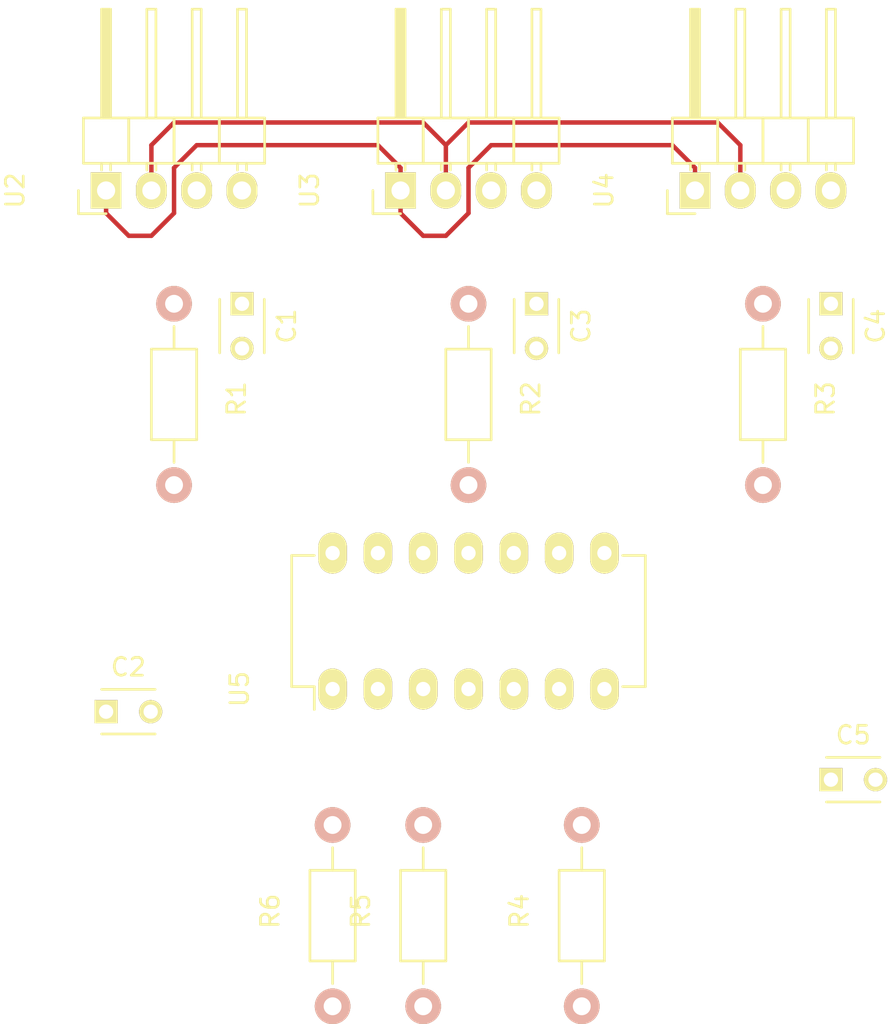
<source format=kicad_pcb>
(kicad_pcb (version 4) (host pcbnew 4.0.0~rc1a-stable)

  (general
    (links 28)
    (no_connects 24)
    (area 0 0 0 0)
    (thickness 1.6)
    (drawings 0)
    (tracks 27)
    (zones 0)
    (modules 15)
    (nets 21)
  )

  (page A4)
  (layers
    (0 F.Cu signal)
    (31 B.Cu signal)
    (32 B.Adhes user)
    (33 F.Adhes user)
    (34 B.Paste user)
    (35 F.Paste user)
    (36 B.SilkS user)
    (37 F.SilkS user)
    (38 B.Mask user)
    (39 F.Mask user)
    (40 Dwgs.User user)
    (41 Cmts.User user)
    (42 Eco1.User user)
    (43 Eco2.User user)
    (44 Edge.Cuts user)
    (45 Margin user)
    (46 B.CrtYd user)
    (47 F.CrtYd user)
    (48 B.Fab user)
    (49 F.Fab user)
  )

  (setup
    (last_trace_width 0.25)
    (trace_clearance 0.2)
    (zone_clearance 0.508)
    (zone_45_only no)
    (trace_min 0.2)
    (segment_width 0.2)
    (edge_width 0.15)
    (via_size 0.6)
    (via_drill 0.4)
    (via_min_size 0.4)
    (via_min_drill 0.3)
    (uvia_size 0.3)
    (uvia_drill 0.1)
    (uvias_allowed no)
    (uvia_min_size 0.2)
    (uvia_min_drill 0.1)
    (pcb_text_width 0.3)
    (pcb_text_size 1.5 1.5)
    (mod_edge_width 0.15)
    (mod_text_size 1 1)
    (mod_text_width 0.15)
    (pad_size 1.524 1.524)
    (pad_drill 0.762)
    (pad_to_mask_clearance 0.2)
    (aux_axis_origin 0 0)
    (visible_elements FFFFFF7F)
    (pcbplotparams
      (layerselection 0x00030_80000001)
      (usegerberextensions false)
      (excludeedgelayer true)
      (linewidth 0.100000)
      (plotframeref false)
      (viasonmask false)
      (mode 1)
      (useauxorigin false)
      (hpglpennumber 1)
      (hpglpenspeed 20)
      (hpglpendiameter 15)
      (hpglpenoverlay 2)
      (psnegative false)
      (psa4output false)
      (plotreference true)
      (plotvalue true)
      (plotinvisibletext false)
      (padsonsilk false)
      (subtractmaskfromsilk false)
      (outputformat 1)
      (mirror false)
      (drillshape 1)
      (scaleselection 1)
      (outputdirectory ""))
  )

  (net 0 "")
  (net 1 "Net-(C1-Pad1)")
  (net 2 +3V3)
  (net 3 +5V)
  (net 4 GND)
  (net 5 "Net-(C3-Pad1)")
  (net 6 "Net-(C4-Pad1)")
  (net 7 "Net-(R4-Pad1)")
  (net 8 "Net-(R4-Pad2)")
  (net 9 "Net-(R5-Pad1)")
  (net 10 "Net-(R5-Pad2)")
  (net 11 "Net-(R6-Pad1)")
  (net 12 "Net-(R6-Pad2)")
  (net 13 "Net-(U5-Pad1)")
  (net 14 "Net-(U5-Pad2)")
  (net 15 "Net-(U5-Pad3)")
  (net 16 "Net-(U5-Pad4)")
  (net 17 "Net-(U5-Pad5)")
  (net 18 "Net-(U2-Pad3)")
  (net 19 "Net-(U3-Pad3)")
  (net 20 "Net-(U4-Pad3)")

  (net_class Default "This is the default net class."
    (clearance 0.2)
    (trace_width 0.25)
    (via_dia 0.6)
    (via_drill 0.4)
    (uvia_dia 0.3)
    (uvia_drill 0.1)
    (add_net +3V3)
    (add_net +5V)
    (add_net GND)
    (add_net "Net-(C1-Pad1)")
    (add_net "Net-(C3-Pad1)")
    (add_net "Net-(C4-Pad1)")
    (add_net "Net-(R4-Pad1)")
    (add_net "Net-(R4-Pad2)")
    (add_net "Net-(R5-Pad1)")
    (add_net "Net-(R5-Pad2)")
    (add_net "Net-(R6-Pad1)")
    (add_net "Net-(R6-Pad2)")
    (add_net "Net-(U2-Pad3)")
    (add_net "Net-(U3-Pad3)")
    (add_net "Net-(U4-Pad3)")
    (add_net "Net-(U5-Pad1)")
    (add_net "Net-(U5-Pad2)")
    (add_net "Net-(U5-Pad3)")
    (add_net "Net-(U5-Pad4)")
    (add_net "Net-(U5-Pad5)")
  )

  (module Capacitors_ThroughHole:C_Disc_D3_P2.5 (layer F.Cu) (tedit 0) (tstamp 565CA46F)
    (at 87.63 30.48 270)
    (descr "Capacitor 3mm Disc, Pitch 2.5mm")
    (tags Capacitor)
    (path /565CBA55)
    (fp_text reference C1 (at 1.25 -2.5 270) (layer F.SilkS)
      (effects (font (size 1 1) (thickness 0.15)))
    )
    (fp_text value 100n (at 1.25 2.5 270) (layer F.Fab)
      (effects (font (size 1 1) (thickness 0.15)))
    )
    (fp_line (start -0.9 -1.5) (end 3.4 -1.5) (layer F.CrtYd) (width 0.05))
    (fp_line (start 3.4 -1.5) (end 3.4 1.5) (layer F.CrtYd) (width 0.05))
    (fp_line (start 3.4 1.5) (end -0.9 1.5) (layer F.CrtYd) (width 0.05))
    (fp_line (start -0.9 1.5) (end -0.9 -1.5) (layer F.CrtYd) (width 0.05))
    (fp_line (start -0.25 -1.25) (end 2.75 -1.25) (layer F.SilkS) (width 0.15))
    (fp_line (start 2.75 1.25) (end -0.25 1.25) (layer F.SilkS) (width 0.15))
    (pad 1 thru_hole rect (at 0 0 270) (size 1.3 1.3) (drill 0.8) (layers *.Cu *.Mask F.SilkS)
      (net 1 "Net-(C1-Pad1)"))
    (pad 2 thru_hole circle (at 2.5 0 270) (size 1.3 1.3) (drill 0.8001) (layers *.Cu *.Mask F.SilkS)
      (net 2 +3V3))
    (model Capacitors_ThroughHole.3dshapes/C_Disc_D3_P2.5.wrl
      (at (xyz 0.0492126 0 0))
      (scale (xyz 1 1 1))
      (rotate (xyz 0 0 0))
    )
  )

  (module Capacitors_ThroughHole:C_Disc_D3_P2.5 (layer F.Cu) (tedit 0) (tstamp 565CA475)
    (at 80.01 53.34)
    (descr "Capacitor 3mm Disc, Pitch 2.5mm")
    (tags Capacitor)
    (path /565CA39F)
    (fp_text reference C2 (at 1.25 -2.5) (layer F.SilkS)
      (effects (font (size 1 1) (thickness 0.15)))
    )
    (fp_text value 100n (at 1.25 2.5) (layer F.Fab)
      (effects (font (size 1 1) (thickness 0.15)))
    )
    (fp_line (start -0.9 -1.5) (end 3.4 -1.5) (layer F.CrtYd) (width 0.05))
    (fp_line (start 3.4 -1.5) (end 3.4 1.5) (layer F.CrtYd) (width 0.05))
    (fp_line (start 3.4 1.5) (end -0.9 1.5) (layer F.CrtYd) (width 0.05))
    (fp_line (start -0.9 1.5) (end -0.9 -1.5) (layer F.CrtYd) (width 0.05))
    (fp_line (start -0.25 -1.25) (end 2.75 -1.25) (layer F.SilkS) (width 0.15))
    (fp_line (start 2.75 1.25) (end -0.25 1.25) (layer F.SilkS) (width 0.15))
    (pad 1 thru_hole rect (at 0 0) (size 1.3 1.3) (drill 0.8) (layers *.Cu *.Mask F.SilkS)
      (net 3 +5V))
    (pad 2 thru_hole circle (at 2.5 0) (size 1.3 1.3) (drill 0.8001) (layers *.Cu *.Mask F.SilkS)
      (net 4 GND))
    (model Capacitors_ThroughHole.3dshapes/C_Disc_D3_P2.5.wrl
      (at (xyz 0.0492126 0 0))
      (scale (xyz 1 1 1))
      (rotate (xyz 0 0 0))
    )
  )

  (module Capacitors_ThroughHole:C_Disc_D3_P2.5 (layer F.Cu) (tedit 0) (tstamp 565CA47B)
    (at 104.14 30.48 270)
    (descr "Capacitor 3mm Disc, Pitch 2.5mm")
    (tags Capacitor)
    (path /565CBC17)
    (fp_text reference C3 (at 1.25 -2.5 270) (layer F.SilkS)
      (effects (font (size 1 1) (thickness 0.15)))
    )
    (fp_text value 100n (at 1.25 2.5 270) (layer F.Fab)
      (effects (font (size 1 1) (thickness 0.15)))
    )
    (fp_line (start -0.9 -1.5) (end 3.4 -1.5) (layer F.CrtYd) (width 0.05))
    (fp_line (start 3.4 -1.5) (end 3.4 1.5) (layer F.CrtYd) (width 0.05))
    (fp_line (start 3.4 1.5) (end -0.9 1.5) (layer F.CrtYd) (width 0.05))
    (fp_line (start -0.9 1.5) (end -0.9 -1.5) (layer F.CrtYd) (width 0.05))
    (fp_line (start -0.25 -1.25) (end 2.75 -1.25) (layer F.SilkS) (width 0.15))
    (fp_line (start 2.75 1.25) (end -0.25 1.25) (layer F.SilkS) (width 0.15))
    (pad 1 thru_hole rect (at 0 0 270) (size 1.3 1.3) (drill 0.8) (layers *.Cu *.Mask F.SilkS)
      (net 5 "Net-(C3-Pad1)"))
    (pad 2 thru_hole circle (at 2.5 0 270) (size 1.3 1.3) (drill 0.8001) (layers *.Cu *.Mask F.SilkS)
      (net 2 +3V3))
    (model Capacitors_ThroughHole.3dshapes/C_Disc_D3_P2.5.wrl
      (at (xyz 0.0492126 0 0))
      (scale (xyz 1 1 1))
      (rotate (xyz 0 0 0))
    )
  )

  (module Capacitors_ThroughHole:C_Disc_D3_P2.5 (layer F.Cu) (tedit 0) (tstamp 565CA481)
    (at 120.65 30.48 270)
    (descr "Capacitor 3mm Disc, Pitch 2.5mm")
    (tags Capacitor)
    (path /565CC2E3)
    (fp_text reference C4 (at 1.25 -2.5 270) (layer F.SilkS)
      (effects (font (size 1 1) (thickness 0.15)))
    )
    (fp_text value 100n (at 1.25 2.5 270) (layer F.Fab)
      (effects (font (size 1 1) (thickness 0.15)))
    )
    (fp_line (start -0.9 -1.5) (end 3.4 -1.5) (layer F.CrtYd) (width 0.05))
    (fp_line (start 3.4 -1.5) (end 3.4 1.5) (layer F.CrtYd) (width 0.05))
    (fp_line (start 3.4 1.5) (end -0.9 1.5) (layer F.CrtYd) (width 0.05))
    (fp_line (start -0.9 1.5) (end -0.9 -1.5) (layer F.CrtYd) (width 0.05))
    (fp_line (start -0.25 -1.25) (end 2.75 -1.25) (layer F.SilkS) (width 0.15))
    (fp_line (start 2.75 1.25) (end -0.25 1.25) (layer F.SilkS) (width 0.15))
    (pad 1 thru_hole rect (at 0 0 270) (size 1.3 1.3) (drill 0.8) (layers *.Cu *.Mask F.SilkS)
      (net 6 "Net-(C4-Pad1)"))
    (pad 2 thru_hole circle (at 2.5 0 270) (size 1.3 1.3) (drill 0.8001) (layers *.Cu *.Mask F.SilkS)
      (net 2 +3V3))
    (model Capacitors_ThroughHole.3dshapes/C_Disc_D3_P2.5.wrl
      (at (xyz 0.0492126 0 0))
      (scale (xyz 1 1 1))
      (rotate (xyz 0 0 0))
    )
  )

  (module Capacitors_ThroughHole:C_Disc_D3_P2.5 (layer F.Cu) (tedit 0) (tstamp 565CA487)
    (at 120.65 57.15)
    (descr "Capacitor 3mm Disc, Pitch 2.5mm")
    (tags Capacitor)
    (path /565CA469)
    (fp_text reference C5 (at 1.25 -2.5) (layer F.SilkS)
      (effects (font (size 1 1) (thickness 0.15)))
    )
    (fp_text value 100n (at 1.25 2.5) (layer F.Fab)
      (effects (font (size 1 1) (thickness 0.15)))
    )
    (fp_line (start -0.9 -1.5) (end 3.4 -1.5) (layer F.CrtYd) (width 0.05))
    (fp_line (start 3.4 -1.5) (end 3.4 1.5) (layer F.CrtYd) (width 0.05))
    (fp_line (start 3.4 1.5) (end -0.9 1.5) (layer F.CrtYd) (width 0.05))
    (fp_line (start -0.9 1.5) (end -0.9 -1.5) (layer F.CrtYd) (width 0.05))
    (fp_line (start -0.25 -1.25) (end 2.75 -1.25) (layer F.SilkS) (width 0.15))
    (fp_line (start 2.75 1.25) (end -0.25 1.25) (layer F.SilkS) (width 0.15))
    (pad 1 thru_hole rect (at 0 0) (size 1.3 1.3) (drill 0.8) (layers *.Cu *.Mask F.SilkS)
      (net 4 GND))
    (pad 2 thru_hole circle (at 2.5 0) (size 1.3 1.3) (drill 0.8001) (layers *.Cu *.Mask F.SilkS)
      (net 2 +3V3))
    (model Capacitors_ThroughHole.3dshapes/C_Disc_D3_P2.5.wrl
      (at (xyz 0.0492126 0 0))
      (scale (xyz 1 1 1))
      (rotate (xyz 0 0 0))
    )
  )

  (module Resistors_ThroughHole:Resistor_Horizontal_RM10mm (layer F.Cu) (tedit 53F56209) (tstamp 565CA48D)
    (at 83.82 35.56 270)
    (descr "Resistor, Axial,  RM 10mm, 1/3W,")
    (tags "Resistor, Axial, RM 10mm, 1/3W,")
    (path /565CB6A0)
    (fp_text reference R1 (at 0.24892 -3.50012 270) (layer F.SilkS)
      (effects (font (size 1 1) (thickness 0.15)))
    )
    (fp_text value 10k (at 3.81 3.81 270) (layer F.Fab)
      (effects (font (size 1 1) (thickness 0.15)))
    )
    (fp_line (start -2.54 -1.27) (end 2.54 -1.27) (layer F.SilkS) (width 0.15))
    (fp_line (start 2.54 -1.27) (end 2.54 1.27) (layer F.SilkS) (width 0.15))
    (fp_line (start 2.54 1.27) (end -2.54 1.27) (layer F.SilkS) (width 0.15))
    (fp_line (start -2.54 1.27) (end -2.54 -1.27) (layer F.SilkS) (width 0.15))
    (fp_line (start -2.54 0) (end -3.81 0) (layer F.SilkS) (width 0.15))
    (fp_line (start 2.54 0) (end 3.81 0) (layer F.SilkS) (width 0.15))
    (pad 1 thru_hole circle (at -5.08 0 270) (size 1.99898 1.99898) (drill 1.00076) (layers *.Cu *.SilkS *.Mask)
      (net 1 "Net-(C1-Pad1)"))
    (pad 2 thru_hole circle (at 5.08 0 270) (size 1.99898 1.99898) (drill 1.00076) (layers *.Cu *.SilkS *.Mask)
      (net 4 GND))
    (model Resistors_ThroughHole.3dshapes/Resistor_Horizontal_RM10mm.wrl
      (at (xyz 0 0 0))
      (scale (xyz 0.4 0.4 0.4))
      (rotate (xyz 0 0 0))
    )
  )

  (module Resistors_ThroughHole:Resistor_Horizontal_RM10mm (layer F.Cu) (tedit 53F56209) (tstamp 565CA493)
    (at 100.33 35.56 270)
    (descr "Resistor, Axial,  RM 10mm, 1/3W,")
    (tags "Resistor, Axial, RM 10mm, 1/3W,")
    (path /565CB649)
    (fp_text reference R2 (at 0.24892 -3.50012 270) (layer F.SilkS)
      (effects (font (size 1 1) (thickness 0.15)))
    )
    (fp_text value 10k (at 3.81 3.81 270) (layer F.Fab)
      (effects (font (size 1 1) (thickness 0.15)))
    )
    (fp_line (start -2.54 -1.27) (end 2.54 -1.27) (layer F.SilkS) (width 0.15))
    (fp_line (start 2.54 -1.27) (end 2.54 1.27) (layer F.SilkS) (width 0.15))
    (fp_line (start 2.54 1.27) (end -2.54 1.27) (layer F.SilkS) (width 0.15))
    (fp_line (start -2.54 1.27) (end -2.54 -1.27) (layer F.SilkS) (width 0.15))
    (fp_line (start -2.54 0) (end -3.81 0) (layer F.SilkS) (width 0.15))
    (fp_line (start 2.54 0) (end 3.81 0) (layer F.SilkS) (width 0.15))
    (pad 1 thru_hole circle (at -5.08 0 270) (size 1.99898 1.99898) (drill 1.00076) (layers *.Cu *.SilkS *.Mask)
      (net 5 "Net-(C3-Pad1)"))
    (pad 2 thru_hole circle (at 5.08 0 270) (size 1.99898 1.99898) (drill 1.00076) (layers *.Cu *.SilkS *.Mask)
      (net 4 GND))
    (model Resistors_ThroughHole.3dshapes/Resistor_Horizontal_RM10mm.wrl
      (at (xyz 0 0 0))
      (scale (xyz 0.4 0.4 0.4))
      (rotate (xyz 0 0 0))
    )
  )

  (module Resistors_ThroughHole:Resistor_Horizontal_RM10mm (layer F.Cu) (tedit 53F56209) (tstamp 565CA499)
    (at 116.84 35.56 270)
    (descr "Resistor, Axial,  RM 10mm, 1/3W,")
    (tags "Resistor, Axial, RM 10mm, 1/3W,")
    (path /565CB55F)
    (fp_text reference R3 (at 0.24892 -3.50012 270) (layer F.SilkS)
      (effects (font (size 1 1) (thickness 0.15)))
    )
    (fp_text value 10k (at 3.81 3.81 270) (layer F.Fab)
      (effects (font (size 1 1) (thickness 0.15)))
    )
    (fp_line (start -2.54 -1.27) (end 2.54 -1.27) (layer F.SilkS) (width 0.15))
    (fp_line (start 2.54 -1.27) (end 2.54 1.27) (layer F.SilkS) (width 0.15))
    (fp_line (start 2.54 1.27) (end -2.54 1.27) (layer F.SilkS) (width 0.15))
    (fp_line (start -2.54 1.27) (end -2.54 -1.27) (layer F.SilkS) (width 0.15))
    (fp_line (start -2.54 0) (end -3.81 0) (layer F.SilkS) (width 0.15))
    (fp_line (start 2.54 0) (end 3.81 0) (layer F.SilkS) (width 0.15))
    (pad 1 thru_hole circle (at -5.08 0 270) (size 1.99898 1.99898) (drill 1.00076) (layers *.Cu *.SilkS *.Mask)
      (net 6 "Net-(C4-Pad1)"))
    (pad 2 thru_hole circle (at 5.08 0 270) (size 1.99898 1.99898) (drill 1.00076) (layers *.Cu *.SilkS *.Mask)
      (net 4 GND))
    (model Resistors_ThroughHole.3dshapes/Resistor_Horizontal_RM10mm.wrl
      (at (xyz 0 0 0))
      (scale (xyz 0.4 0.4 0.4))
      (rotate (xyz 0 0 0))
    )
  )

  (module Resistors_ThroughHole:Resistor_Horizontal_RM10mm (layer F.Cu) (tedit 53F56209) (tstamp 565CA49F)
    (at 106.68 64.77 90)
    (descr "Resistor, Axial,  RM 10mm, 1/3W,")
    (tags "Resistor, Axial, RM 10mm, 1/3W,")
    (path /565CD41D)
    (fp_text reference R4 (at 0.24892 -3.50012 90) (layer F.SilkS)
      (effects (font (size 1 1) (thickness 0.15)))
    )
    (fp_text value 1k (at 3.81 3.81 90) (layer F.Fab)
      (effects (font (size 1 1) (thickness 0.15)))
    )
    (fp_line (start -2.54 -1.27) (end 2.54 -1.27) (layer F.SilkS) (width 0.15))
    (fp_line (start 2.54 -1.27) (end 2.54 1.27) (layer F.SilkS) (width 0.15))
    (fp_line (start 2.54 1.27) (end -2.54 1.27) (layer F.SilkS) (width 0.15))
    (fp_line (start -2.54 1.27) (end -2.54 -1.27) (layer F.SilkS) (width 0.15))
    (fp_line (start -2.54 0) (end -3.81 0) (layer F.SilkS) (width 0.15))
    (fp_line (start 2.54 0) (end 3.81 0) (layer F.SilkS) (width 0.15))
    (pad 1 thru_hole circle (at -5.08 0 90) (size 1.99898 1.99898) (drill 1.00076) (layers *.Cu *.SilkS *.Mask)
      (net 7 "Net-(R4-Pad1)"))
    (pad 2 thru_hole circle (at 5.08 0 90) (size 1.99898 1.99898) (drill 1.00076) (layers *.Cu *.SilkS *.Mask)
      (net 8 "Net-(R4-Pad2)"))
    (model Resistors_ThroughHole.3dshapes/Resistor_Horizontal_RM10mm.wrl
      (at (xyz 0 0 0))
      (scale (xyz 0.4 0.4 0.4))
      (rotate (xyz 0 0 0))
    )
  )

  (module Resistors_ThroughHole:Resistor_Horizontal_RM10mm (layer F.Cu) (tedit 53F56209) (tstamp 565CA4A5)
    (at 97.79 64.77 90)
    (descr "Resistor, Axial,  RM 10mm, 1/3W,")
    (tags "Resistor, Axial, RM 10mm, 1/3W,")
    (path /565CD2E6)
    (fp_text reference R5 (at 0.24892 -3.50012 90) (layer F.SilkS)
      (effects (font (size 1 1) (thickness 0.15)))
    )
    (fp_text value 1k (at 3.81 3.81 90) (layer F.Fab)
      (effects (font (size 1 1) (thickness 0.15)))
    )
    (fp_line (start -2.54 -1.27) (end 2.54 -1.27) (layer F.SilkS) (width 0.15))
    (fp_line (start 2.54 -1.27) (end 2.54 1.27) (layer F.SilkS) (width 0.15))
    (fp_line (start 2.54 1.27) (end -2.54 1.27) (layer F.SilkS) (width 0.15))
    (fp_line (start -2.54 1.27) (end -2.54 -1.27) (layer F.SilkS) (width 0.15))
    (fp_line (start -2.54 0) (end -3.81 0) (layer F.SilkS) (width 0.15))
    (fp_line (start 2.54 0) (end 3.81 0) (layer F.SilkS) (width 0.15))
    (pad 1 thru_hole circle (at -5.08 0 90) (size 1.99898 1.99898) (drill 1.00076) (layers *.Cu *.SilkS *.Mask)
      (net 9 "Net-(R5-Pad1)"))
    (pad 2 thru_hole circle (at 5.08 0 90) (size 1.99898 1.99898) (drill 1.00076) (layers *.Cu *.SilkS *.Mask)
      (net 10 "Net-(R5-Pad2)"))
    (model Resistors_ThroughHole.3dshapes/Resistor_Horizontal_RM10mm.wrl
      (at (xyz 0 0 0))
      (scale (xyz 0.4 0.4 0.4))
      (rotate (xyz 0 0 0))
    )
  )

  (module Resistors_ThroughHole:Resistor_Horizontal_RM10mm (layer F.Cu) (tedit 53F56209) (tstamp 565CA4AB)
    (at 92.71 64.77 90)
    (descr "Resistor, Axial,  RM 10mm, 1/3W,")
    (tags "Resistor, Axial, RM 10mm, 1/3W,")
    (path /565CD1F9)
    (fp_text reference R6 (at 0.24892 -3.50012 90) (layer F.SilkS)
      (effects (font (size 1 1) (thickness 0.15)))
    )
    (fp_text value 1k (at 3.81 3.81 90) (layer F.Fab)
      (effects (font (size 1 1) (thickness 0.15)))
    )
    (fp_line (start -2.54 -1.27) (end 2.54 -1.27) (layer F.SilkS) (width 0.15))
    (fp_line (start 2.54 -1.27) (end 2.54 1.27) (layer F.SilkS) (width 0.15))
    (fp_line (start 2.54 1.27) (end -2.54 1.27) (layer F.SilkS) (width 0.15))
    (fp_line (start -2.54 1.27) (end -2.54 -1.27) (layer F.SilkS) (width 0.15))
    (fp_line (start -2.54 0) (end -3.81 0) (layer F.SilkS) (width 0.15))
    (fp_line (start 2.54 0) (end 3.81 0) (layer F.SilkS) (width 0.15))
    (pad 1 thru_hole circle (at -5.08 0 90) (size 1.99898 1.99898) (drill 1.00076) (layers *.Cu *.SilkS *.Mask)
      (net 11 "Net-(R6-Pad1)"))
    (pad 2 thru_hole circle (at 5.08 0 90) (size 1.99898 1.99898) (drill 1.00076) (layers *.Cu *.SilkS *.Mask)
      (net 12 "Net-(R6-Pad2)"))
    (model Resistors_ThroughHole.3dshapes/Resistor_Horizontal_RM10mm.wrl
      (at (xyz 0 0 0))
      (scale (xyz 0.4 0.4 0.4))
      (rotate (xyz 0 0 0))
    )
  )

  (module Pin_Headers:Pin_Header_Angled_1x04 (layer F.Cu) (tedit 0) (tstamp 565CA4B3)
    (at 80.01 24.13 90)
    (descr "Through hole pin header")
    (tags "pin header")
    (path /565CF1B2)
    (fp_text reference U2 (at 0 -5.1 90) (layer F.SilkS)
      (effects (font (size 1 1) (thickness 0.15)))
    )
    (fp_text value BIG_BUTTON (at 0 -3.1 90) (layer F.Fab)
      (effects (font (size 1 1) (thickness 0.15)))
    )
    (fp_line (start -1.5 -1.75) (end -1.5 9.4) (layer F.CrtYd) (width 0.05))
    (fp_line (start 10.65 -1.75) (end 10.65 9.4) (layer F.CrtYd) (width 0.05))
    (fp_line (start -1.5 -1.75) (end 10.65 -1.75) (layer F.CrtYd) (width 0.05))
    (fp_line (start -1.5 9.4) (end 10.65 9.4) (layer F.CrtYd) (width 0.05))
    (fp_line (start -1.3 -1.55) (end -1.3 0) (layer F.SilkS) (width 0.15))
    (fp_line (start 0 -1.55) (end -1.3 -1.55) (layer F.SilkS) (width 0.15))
    (fp_line (start 4.191 -0.127) (end 10.033 -0.127) (layer F.SilkS) (width 0.15))
    (fp_line (start 10.033 -0.127) (end 10.033 0.127) (layer F.SilkS) (width 0.15))
    (fp_line (start 10.033 0.127) (end 4.191 0.127) (layer F.SilkS) (width 0.15))
    (fp_line (start 4.191 0.127) (end 4.191 0) (layer F.SilkS) (width 0.15))
    (fp_line (start 4.191 0) (end 10.033 0) (layer F.SilkS) (width 0.15))
    (fp_line (start 1.524 -0.254) (end 1.143 -0.254) (layer F.SilkS) (width 0.15))
    (fp_line (start 1.524 0.254) (end 1.143 0.254) (layer F.SilkS) (width 0.15))
    (fp_line (start 1.524 2.286) (end 1.143 2.286) (layer F.SilkS) (width 0.15))
    (fp_line (start 1.524 2.794) (end 1.143 2.794) (layer F.SilkS) (width 0.15))
    (fp_line (start 1.524 4.826) (end 1.143 4.826) (layer F.SilkS) (width 0.15))
    (fp_line (start 1.524 5.334) (end 1.143 5.334) (layer F.SilkS) (width 0.15))
    (fp_line (start 1.524 7.874) (end 1.143 7.874) (layer F.SilkS) (width 0.15))
    (fp_line (start 1.524 7.366) (end 1.143 7.366) (layer F.SilkS) (width 0.15))
    (fp_line (start 1.524 -1.27) (end 4.064 -1.27) (layer F.SilkS) (width 0.15))
    (fp_line (start 1.524 1.27) (end 4.064 1.27) (layer F.SilkS) (width 0.15))
    (fp_line (start 1.524 1.27) (end 1.524 3.81) (layer F.SilkS) (width 0.15))
    (fp_line (start 1.524 3.81) (end 4.064 3.81) (layer F.SilkS) (width 0.15))
    (fp_line (start 4.064 2.286) (end 10.16 2.286) (layer F.SilkS) (width 0.15))
    (fp_line (start 10.16 2.286) (end 10.16 2.794) (layer F.SilkS) (width 0.15))
    (fp_line (start 10.16 2.794) (end 4.064 2.794) (layer F.SilkS) (width 0.15))
    (fp_line (start 4.064 3.81) (end 4.064 1.27) (layer F.SilkS) (width 0.15))
    (fp_line (start 4.064 1.27) (end 4.064 -1.27) (layer F.SilkS) (width 0.15))
    (fp_line (start 10.16 0.254) (end 4.064 0.254) (layer F.SilkS) (width 0.15))
    (fp_line (start 10.16 -0.254) (end 10.16 0.254) (layer F.SilkS) (width 0.15))
    (fp_line (start 4.064 -0.254) (end 10.16 -0.254) (layer F.SilkS) (width 0.15))
    (fp_line (start 1.524 1.27) (end 4.064 1.27) (layer F.SilkS) (width 0.15))
    (fp_line (start 1.524 -1.27) (end 1.524 1.27) (layer F.SilkS) (width 0.15))
    (fp_line (start 1.524 6.35) (end 4.064 6.35) (layer F.SilkS) (width 0.15))
    (fp_line (start 1.524 6.35) (end 1.524 8.89) (layer F.SilkS) (width 0.15))
    (fp_line (start 1.524 8.89) (end 4.064 8.89) (layer F.SilkS) (width 0.15))
    (fp_line (start 4.064 7.366) (end 10.16 7.366) (layer F.SilkS) (width 0.15))
    (fp_line (start 10.16 7.366) (end 10.16 7.874) (layer F.SilkS) (width 0.15))
    (fp_line (start 10.16 7.874) (end 4.064 7.874) (layer F.SilkS) (width 0.15))
    (fp_line (start 4.064 8.89) (end 4.064 6.35) (layer F.SilkS) (width 0.15))
    (fp_line (start 4.064 6.35) (end 4.064 3.81) (layer F.SilkS) (width 0.15))
    (fp_line (start 10.16 5.334) (end 4.064 5.334) (layer F.SilkS) (width 0.15))
    (fp_line (start 10.16 4.826) (end 10.16 5.334) (layer F.SilkS) (width 0.15))
    (fp_line (start 4.064 4.826) (end 10.16 4.826) (layer F.SilkS) (width 0.15))
    (fp_line (start 1.524 6.35) (end 4.064 6.35) (layer F.SilkS) (width 0.15))
    (fp_line (start 1.524 3.81) (end 1.524 6.35) (layer F.SilkS) (width 0.15))
    (fp_line (start 1.524 3.81) (end 4.064 3.81) (layer F.SilkS) (width 0.15))
    (pad 1 thru_hole rect (at 0 0 90) (size 2.032 1.7272) (drill 1.016) (layers *.Cu *.Mask F.SilkS)
      (net 2 +3V3))
    (pad 2 thru_hole oval (at 0 2.54 90) (size 2.032 1.7272) (drill 1.016) (layers *.Cu *.Mask F.SilkS)
      (net 3 +5V))
    (pad 3 thru_hole oval (at 0 5.08 90) (size 2.032 1.7272) (drill 1.016) (layers *.Cu *.Mask F.SilkS)
      (net 18 "Net-(U2-Pad3)"))
    (pad 4 thru_hole oval (at 0 7.62 90) (size 2.032 1.7272) (drill 1.016) (layers *.Cu *.Mask F.SilkS)
      (net 1 "Net-(C1-Pad1)"))
    (model Pin_Headers.3dshapes/Pin_Header_Angled_1x04.wrl
      (at (xyz 0 -0.15 0))
      (scale (xyz 1 1 1))
      (rotate (xyz 0 0 90))
    )
  )

  (module Pin_Headers:Pin_Header_Angled_1x04 (layer F.Cu) (tedit 0) (tstamp 565CA4BB)
    (at 96.52 24.13 90)
    (descr "Through hole pin header")
    (tags "pin header")
    (path /565CF287)
    (fp_text reference U3 (at 0 -5.1 90) (layer F.SilkS)
      (effects (font (size 1 1) (thickness 0.15)))
    )
    (fp_text value BIG_BUTTON (at 0 -3.1 90) (layer F.Fab)
      (effects (font (size 1 1) (thickness 0.15)))
    )
    (fp_line (start -1.5 -1.75) (end -1.5 9.4) (layer F.CrtYd) (width 0.05))
    (fp_line (start 10.65 -1.75) (end 10.65 9.4) (layer F.CrtYd) (width 0.05))
    (fp_line (start -1.5 -1.75) (end 10.65 -1.75) (layer F.CrtYd) (width 0.05))
    (fp_line (start -1.5 9.4) (end 10.65 9.4) (layer F.CrtYd) (width 0.05))
    (fp_line (start -1.3 -1.55) (end -1.3 0) (layer F.SilkS) (width 0.15))
    (fp_line (start 0 -1.55) (end -1.3 -1.55) (layer F.SilkS) (width 0.15))
    (fp_line (start 4.191 -0.127) (end 10.033 -0.127) (layer F.SilkS) (width 0.15))
    (fp_line (start 10.033 -0.127) (end 10.033 0.127) (layer F.SilkS) (width 0.15))
    (fp_line (start 10.033 0.127) (end 4.191 0.127) (layer F.SilkS) (width 0.15))
    (fp_line (start 4.191 0.127) (end 4.191 0) (layer F.SilkS) (width 0.15))
    (fp_line (start 4.191 0) (end 10.033 0) (layer F.SilkS) (width 0.15))
    (fp_line (start 1.524 -0.254) (end 1.143 -0.254) (layer F.SilkS) (width 0.15))
    (fp_line (start 1.524 0.254) (end 1.143 0.254) (layer F.SilkS) (width 0.15))
    (fp_line (start 1.524 2.286) (end 1.143 2.286) (layer F.SilkS) (width 0.15))
    (fp_line (start 1.524 2.794) (end 1.143 2.794) (layer F.SilkS) (width 0.15))
    (fp_line (start 1.524 4.826) (end 1.143 4.826) (layer F.SilkS) (width 0.15))
    (fp_line (start 1.524 5.334) (end 1.143 5.334) (layer F.SilkS) (width 0.15))
    (fp_line (start 1.524 7.874) (end 1.143 7.874) (layer F.SilkS) (width 0.15))
    (fp_line (start 1.524 7.366) (end 1.143 7.366) (layer F.SilkS) (width 0.15))
    (fp_line (start 1.524 -1.27) (end 4.064 -1.27) (layer F.SilkS) (width 0.15))
    (fp_line (start 1.524 1.27) (end 4.064 1.27) (layer F.SilkS) (width 0.15))
    (fp_line (start 1.524 1.27) (end 1.524 3.81) (layer F.SilkS) (width 0.15))
    (fp_line (start 1.524 3.81) (end 4.064 3.81) (layer F.SilkS) (width 0.15))
    (fp_line (start 4.064 2.286) (end 10.16 2.286) (layer F.SilkS) (width 0.15))
    (fp_line (start 10.16 2.286) (end 10.16 2.794) (layer F.SilkS) (width 0.15))
    (fp_line (start 10.16 2.794) (end 4.064 2.794) (layer F.SilkS) (width 0.15))
    (fp_line (start 4.064 3.81) (end 4.064 1.27) (layer F.SilkS) (width 0.15))
    (fp_line (start 4.064 1.27) (end 4.064 -1.27) (layer F.SilkS) (width 0.15))
    (fp_line (start 10.16 0.254) (end 4.064 0.254) (layer F.SilkS) (width 0.15))
    (fp_line (start 10.16 -0.254) (end 10.16 0.254) (layer F.SilkS) (width 0.15))
    (fp_line (start 4.064 -0.254) (end 10.16 -0.254) (layer F.SilkS) (width 0.15))
    (fp_line (start 1.524 1.27) (end 4.064 1.27) (layer F.SilkS) (width 0.15))
    (fp_line (start 1.524 -1.27) (end 1.524 1.27) (layer F.SilkS) (width 0.15))
    (fp_line (start 1.524 6.35) (end 4.064 6.35) (layer F.SilkS) (width 0.15))
    (fp_line (start 1.524 6.35) (end 1.524 8.89) (layer F.SilkS) (width 0.15))
    (fp_line (start 1.524 8.89) (end 4.064 8.89) (layer F.SilkS) (width 0.15))
    (fp_line (start 4.064 7.366) (end 10.16 7.366) (layer F.SilkS) (width 0.15))
    (fp_line (start 10.16 7.366) (end 10.16 7.874) (layer F.SilkS) (width 0.15))
    (fp_line (start 10.16 7.874) (end 4.064 7.874) (layer F.SilkS) (width 0.15))
    (fp_line (start 4.064 8.89) (end 4.064 6.35) (layer F.SilkS) (width 0.15))
    (fp_line (start 4.064 6.35) (end 4.064 3.81) (layer F.SilkS) (width 0.15))
    (fp_line (start 10.16 5.334) (end 4.064 5.334) (layer F.SilkS) (width 0.15))
    (fp_line (start 10.16 4.826) (end 10.16 5.334) (layer F.SilkS) (width 0.15))
    (fp_line (start 4.064 4.826) (end 10.16 4.826) (layer F.SilkS) (width 0.15))
    (fp_line (start 1.524 6.35) (end 4.064 6.35) (layer F.SilkS) (width 0.15))
    (fp_line (start 1.524 3.81) (end 1.524 6.35) (layer F.SilkS) (width 0.15))
    (fp_line (start 1.524 3.81) (end 4.064 3.81) (layer F.SilkS) (width 0.15))
    (pad 1 thru_hole rect (at 0 0 90) (size 2.032 1.7272) (drill 1.016) (layers *.Cu *.Mask F.SilkS)
      (net 2 +3V3))
    (pad 2 thru_hole oval (at 0 2.54 90) (size 2.032 1.7272) (drill 1.016) (layers *.Cu *.Mask F.SilkS)
      (net 3 +5V))
    (pad 3 thru_hole oval (at 0 5.08 90) (size 2.032 1.7272) (drill 1.016) (layers *.Cu *.Mask F.SilkS)
      (net 19 "Net-(U3-Pad3)"))
    (pad 4 thru_hole oval (at 0 7.62 90) (size 2.032 1.7272) (drill 1.016) (layers *.Cu *.Mask F.SilkS)
      (net 5 "Net-(C3-Pad1)"))
    (model Pin_Headers.3dshapes/Pin_Header_Angled_1x04.wrl
      (at (xyz 0 -0.15 0))
      (scale (xyz 1 1 1))
      (rotate (xyz 0 0 90))
    )
  )

  (module Pin_Headers:Pin_Header_Angled_1x04 (layer F.Cu) (tedit 0) (tstamp 565CA4C3)
    (at 113.03 24.13 90)
    (descr "Through hole pin header")
    (tags "pin header")
    (path /565CF2E6)
    (fp_text reference U4 (at 0 -5.1 90) (layer F.SilkS)
      (effects (font (size 1 1) (thickness 0.15)))
    )
    (fp_text value BIG_BUTTON (at 0 -3.1 90) (layer F.Fab)
      (effects (font (size 1 1) (thickness 0.15)))
    )
    (fp_line (start -1.5 -1.75) (end -1.5 9.4) (layer F.CrtYd) (width 0.05))
    (fp_line (start 10.65 -1.75) (end 10.65 9.4) (layer F.CrtYd) (width 0.05))
    (fp_line (start -1.5 -1.75) (end 10.65 -1.75) (layer F.CrtYd) (width 0.05))
    (fp_line (start -1.5 9.4) (end 10.65 9.4) (layer F.CrtYd) (width 0.05))
    (fp_line (start -1.3 -1.55) (end -1.3 0) (layer F.SilkS) (width 0.15))
    (fp_line (start 0 -1.55) (end -1.3 -1.55) (layer F.SilkS) (width 0.15))
    (fp_line (start 4.191 -0.127) (end 10.033 -0.127) (layer F.SilkS) (width 0.15))
    (fp_line (start 10.033 -0.127) (end 10.033 0.127) (layer F.SilkS) (width 0.15))
    (fp_line (start 10.033 0.127) (end 4.191 0.127) (layer F.SilkS) (width 0.15))
    (fp_line (start 4.191 0.127) (end 4.191 0) (layer F.SilkS) (width 0.15))
    (fp_line (start 4.191 0) (end 10.033 0) (layer F.SilkS) (width 0.15))
    (fp_line (start 1.524 -0.254) (end 1.143 -0.254) (layer F.SilkS) (width 0.15))
    (fp_line (start 1.524 0.254) (end 1.143 0.254) (layer F.SilkS) (width 0.15))
    (fp_line (start 1.524 2.286) (end 1.143 2.286) (layer F.SilkS) (width 0.15))
    (fp_line (start 1.524 2.794) (end 1.143 2.794) (layer F.SilkS) (width 0.15))
    (fp_line (start 1.524 4.826) (end 1.143 4.826) (layer F.SilkS) (width 0.15))
    (fp_line (start 1.524 5.334) (end 1.143 5.334) (layer F.SilkS) (width 0.15))
    (fp_line (start 1.524 7.874) (end 1.143 7.874) (layer F.SilkS) (width 0.15))
    (fp_line (start 1.524 7.366) (end 1.143 7.366) (layer F.SilkS) (width 0.15))
    (fp_line (start 1.524 -1.27) (end 4.064 -1.27) (layer F.SilkS) (width 0.15))
    (fp_line (start 1.524 1.27) (end 4.064 1.27) (layer F.SilkS) (width 0.15))
    (fp_line (start 1.524 1.27) (end 1.524 3.81) (layer F.SilkS) (width 0.15))
    (fp_line (start 1.524 3.81) (end 4.064 3.81) (layer F.SilkS) (width 0.15))
    (fp_line (start 4.064 2.286) (end 10.16 2.286) (layer F.SilkS) (width 0.15))
    (fp_line (start 10.16 2.286) (end 10.16 2.794) (layer F.SilkS) (width 0.15))
    (fp_line (start 10.16 2.794) (end 4.064 2.794) (layer F.SilkS) (width 0.15))
    (fp_line (start 4.064 3.81) (end 4.064 1.27) (layer F.SilkS) (width 0.15))
    (fp_line (start 4.064 1.27) (end 4.064 -1.27) (layer F.SilkS) (width 0.15))
    (fp_line (start 10.16 0.254) (end 4.064 0.254) (layer F.SilkS) (width 0.15))
    (fp_line (start 10.16 -0.254) (end 10.16 0.254) (layer F.SilkS) (width 0.15))
    (fp_line (start 4.064 -0.254) (end 10.16 -0.254) (layer F.SilkS) (width 0.15))
    (fp_line (start 1.524 1.27) (end 4.064 1.27) (layer F.SilkS) (width 0.15))
    (fp_line (start 1.524 -1.27) (end 1.524 1.27) (layer F.SilkS) (width 0.15))
    (fp_line (start 1.524 6.35) (end 4.064 6.35) (layer F.SilkS) (width 0.15))
    (fp_line (start 1.524 6.35) (end 1.524 8.89) (layer F.SilkS) (width 0.15))
    (fp_line (start 1.524 8.89) (end 4.064 8.89) (layer F.SilkS) (width 0.15))
    (fp_line (start 4.064 7.366) (end 10.16 7.366) (layer F.SilkS) (width 0.15))
    (fp_line (start 10.16 7.366) (end 10.16 7.874) (layer F.SilkS) (width 0.15))
    (fp_line (start 10.16 7.874) (end 4.064 7.874) (layer F.SilkS) (width 0.15))
    (fp_line (start 4.064 8.89) (end 4.064 6.35) (layer F.SilkS) (width 0.15))
    (fp_line (start 4.064 6.35) (end 4.064 3.81) (layer F.SilkS) (width 0.15))
    (fp_line (start 10.16 5.334) (end 4.064 5.334) (layer F.SilkS) (width 0.15))
    (fp_line (start 10.16 4.826) (end 10.16 5.334) (layer F.SilkS) (width 0.15))
    (fp_line (start 4.064 4.826) (end 10.16 4.826) (layer F.SilkS) (width 0.15))
    (fp_line (start 1.524 6.35) (end 4.064 6.35) (layer F.SilkS) (width 0.15))
    (fp_line (start 1.524 3.81) (end 1.524 6.35) (layer F.SilkS) (width 0.15))
    (fp_line (start 1.524 3.81) (end 4.064 3.81) (layer F.SilkS) (width 0.15))
    (pad 1 thru_hole rect (at 0 0 90) (size 2.032 1.7272) (drill 1.016) (layers *.Cu *.Mask F.SilkS)
      (net 2 +3V3))
    (pad 2 thru_hole oval (at 0 2.54 90) (size 2.032 1.7272) (drill 1.016) (layers *.Cu *.Mask F.SilkS)
      (net 3 +5V))
    (pad 3 thru_hole oval (at 0 5.08 90) (size 2.032 1.7272) (drill 1.016) (layers *.Cu *.Mask F.SilkS)
      (net 20 "Net-(U4-Pad3)"))
    (pad 4 thru_hole oval (at 0 7.62 90) (size 2.032 1.7272) (drill 1.016) (layers *.Cu *.Mask F.SilkS)
      (net 6 "Net-(C4-Pad1)"))
    (model Pin_Headers.3dshapes/Pin_Header_Angled_1x04.wrl
      (at (xyz 0 -0.15 0))
      (scale (xyz 1 1 1))
      (rotate (xyz 0 0 90))
    )
  )

  (module Housings_DIP:DIP-14_W7.62mm_LongPads (layer F.Cu) (tedit 54130A77) (tstamp 565CA4D5)
    (at 92.71 52.07 90)
    (descr "14-lead dip package, row spacing 7.62 mm (300 mils), longer pads")
    (tags "dil dip 2.54 300")
    (path /565CEE74)
    (fp_text reference U5 (at 0 -5.22 90) (layer F.SilkS)
      (effects (font (size 1 1) (thickness 0.15)))
    )
    (fp_text value LM3046 (at 0 -3.72 90) (layer F.Fab)
      (effects (font (size 1 1) (thickness 0.15)))
    )
    (fp_line (start -1.4 -2.45) (end -1.4 17.7) (layer F.CrtYd) (width 0.05))
    (fp_line (start 9 -2.45) (end 9 17.7) (layer F.CrtYd) (width 0.05))
    (fp_line (start -1.4 -2.45) (end 9 -2.45) (layer F.CrtYd) (width 0.05))
    (fp_line (start -1.4 17.7) (end 9 17.7) (layer F.CrtYd) (width 0.05))
    (fp_line (start 0.135 -2.295) (end 0.135 -1.025) (layer F.SilkS) (width 0.15))
    (fp_line (start 7.485 -2.295) (end 7.485 -1.025) (layer F.SilkS) (width 0.15))
    (fp_line (start 7.485 17.535) (end 7.485 16.265) (layer F.SilkS) (width 0.15))
    (fp_line (start 0.135 17.535) (end 0.135 16.265) (layer F.SilkS) (width 0.15))
    (fp_line (start 0.135 -2.295) (end 7.485 -2.295) (layer F.SilkS) (width 0.15))
    (fp_line (start 0.135 17.535) (end 7.485 17.535) (layer F.SilkS) (width 0.15))
    (fp_line (start 0.135 -1.025) (end -1.15 -1.025) (layer F.SilkS) (width 0.15))
    (pad 1 thru_hole oval (at 0 0 90) (size 2.3 1.6) (drill 0.8) (layers *.Cu *.Mask F.SilkS)
      (net 13 "Net-(U5-Pad1)"))
    (pad 2 thru_hole oval (at 0 2.54 90) (size 2.3 1.6) (drill 0.8) (layers *.Cu *.Mask F.SilkS)
      (net 14 "Net-(U5-Pad2)"))
    (pad 3 thru_hole oval (at 0 5.08 90) (size 2.3 1.6) (drill 0.8) (layers *.Cu *.Mask F.SilkS)
      (net 15 "Net-(U5-Pad3)"))
    (pad 4 thru_hole oval (at 0 7.62 90) (size 2.3 1.6) (drill 0.8) (layers *.Cu *.Mask F.SilkS)
      (net 16 "Net-(U5-Pad4)"))
    (pad 5 thru_hole oval (at 0 10.16 90) (size 2.3 1.6) (drill 0.8) (layers *.Cu *.Mask F.SilkS)
      (net 17 "Net-(U5-Pad5)"))
    (pad 6 thru_hole oval (at 0 12.7 90) (size 2.3 1.6) (drill 0.8) (layers *.Cu *.Mask F.SilkS)
      (net 8 "Net-(R4-Pad2)"))
    (pad 7 thru_hole oval (at 0 15.24 90) (size 2.3 1.6) (drill 0.8) (layers *.Cu *.Mask F.SilkS)
      (net 4 GND))
    (pad 8 thru_hole oval (at 7.62 15.24 90) (size 2.3 1.6) (drill 0.8) (layers *.Cu *.Mask F.SilkS)
      (net 20 "Net-(U4-Pad3)"))
    (pad 9 thru_hole oval (at 7.62 12.7 90) (size 2.3 1.6) (drill 0.8) (layers *.Cu *.Mask F.SilkS)
      (net 10 "Net-(R5-Pad2)"))
    (pad 10 thru_hole oval (at 7.62 10.16 90) (size 2.3 1.6) (drill 0.8) (layers *.Cu *.Mask F.SilkS)
      (net 4 GND))
    (pad 11 thru_hole oval (at 7.62 7.62 90) (size 2.3 1.6) (drill 0.8) (layers *.Cu *.Mask F.SilkS)
      (net 19 "Net-(U3-Pad3)"))
    (pad 12 thru_hole oval (at 7.62 5.08 90) (size 2.3 1.6) (drill 0.8) (layers *.Cu *.Mask F.SilkS)
      (net 12 "Net-(R6-Pad2)"))
    (pad 13 thru_hole oval (at 7.62 2.54 90) (size 2.3 1.6) (drill 0.8) (layers *.Cu *.Mask F.SilkS)
      (net 4 GND))
    (pad 14 thru_hole oval (at 7.62 0 90) (size 2.3 1.6) (drill 0.8) (layers *.Cu *.Mask F.SilkS)
      (net 18 "Net-(U2-Pad3)"))
    (model Housings_DIP.3dshapes/DIP-14_W7.62mm_LongPads.wrl
      (at (xyz 0 0 0))
      (scale (xyz 1 1 1))
      (rotate (xyz 0 0 0))
    )
  )

  (segment (start 96.52 24.13) (end 96.52 25.4) (width 0.25) (layer F.Cu) (net 2))
  (segment (start 113.03 22.86) (end 113.03 24.13) (width 0.25) (layer F.Cu) (net 2) (tstamp 565CA60F))
  (segment (start 111.76 21.59) (end 113.03 22.86) (width 0.25) (layer F.Cu) (net 2) (tstamp 565CA60D))
  (segment (start 101.6 21.59) (end 111.76 21.59) (width 0.25) (layer F.Cu) (net 2) (tstamp 565CA60B))
  (segment (start 100.33 22.86) (end 101.6 21.59) (width 0.25) (layer F.Cu) (net 2) (tstamp 565CA609))
  (segment (start 100.33 25.4) (end 100.33 22.86) (width 0.25) (layer F.Cu) (net 2) (tstamp 565CA607))
  (segment (start 99.06 26.67) (end 100.33 25.4) (width 0.25) (layer F.Cu) (net 2) (tstamp 565CA605))
  (segment (start 97.79 26.67) (end 99.06 26.67) (width 0.25) (layer F.Cu) (net 2) (tstamp 565CA603))
  (segment (start 96.52 25.4) (end 97.79 26.67) (width 0.25) (layer F.Cu) (net 2) (tstamp 565CA601))
  (segment (start 80.01 24.13) (end 80.01 25.4) (width 0.25) (layer F.Cu) (net 2))
  (segment (start 96.52 22.86) (end 96.52 24.13) (width 0.25) (layer F.Cu) (net 2) (tstamp 565CA5FA))
  (segment (start 95.25 21.59) (end 96.52 22.86) (width 0.25) (layer F.Cu) (net 2) (tstamp 565CA5F8))
  (segment (start 85.09 21.59) (end 95.25 21.59) (width 0.25) (layer F.Cu) (net 2) (tstamp 565CA5F6))
  (segment (start 83.82 22.86) (end 85.09 21.59) (width 0.25) (layer F.Cu) (net 2) (tstamp 565CA5F4))
  (segment (start 83.82 25.4) (end 83.82 22.86) (width 0.25) (layer F.Cu) (net 2) (tstamp 565CA5F2))
  (segment (start 82.55 26.67) (end 83.82 25.4) (width 0.25) (layer F.Cu) (net 2) (tstamp 565CA5F0))
  (segment (start 81.28 26.67) (end 82.55 26.67) (width 0.25) (layer F.Cu) (net 2) (tstamp 565CA5EE))
  (segment (start 80.01 25.4) (end 81.28 26.67) (width 0.25) (layer F.Cu) (net 2) (tstamp 565CA5EC))
  (segment (start 99.06 21.59) (end 100.33 20.32) (width 0.25) (layer F.Cu) (net 3))
  (segment (start 115.57 21.59) (end 115.57 24.13) (width 0.25) (layer F.Cu) (net 3) (tstamp 565CA5E7))
  (segment (start 114.3 20.32) (end 115.57 21.59) (width 0.25) (layer F.Cu) (net 3) (tstamp 565CA5E5))
  (segment (start 100.33 20.32) (end 114.3 20.32) (width 0.25) (layer F.Cu) (net 3) (tstamp 565CA5E4))
  (segment (start 83.82 20.32) (end 97.79 20.32) (width 0.25) (layer F.Cu) (net 3))
  (segment (start 82.55 21.59) (end 83.82 20.32) (width 0.25) (layer F.Cu) (net 3) (tstamp 565CA5DA))
  (segment (start 82.55 24.13) (end 82.55 21.59) (width 0.25) (layer F.Cu) (net 3))
  (segment (start 99.06 21.59) (end 99.06 24.13) (width 0.25) (layer F.Cu) (net 3) (tstamp 565CA5E0))
  (segment (start 97.79 20.32) (end 99.06 21.59) (width 0.25) (layer F.Cu) (net 3) (tstamp 565CA5DE))

)

</source>
